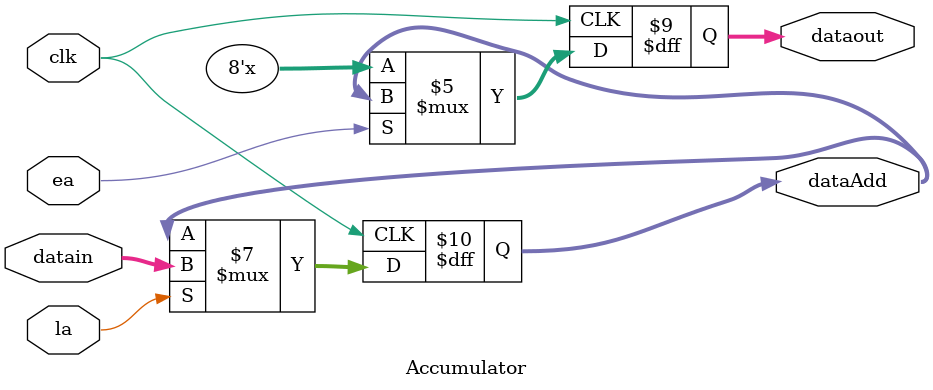
<source format=v>
`timescale 1ns / 1ps
module Accumulator(input clk,la,ea,
                   input [7:0]datain,
                   output reg [7:0]dataout,
                   output reg [7:0]dataAdd
                   );
    always@(negedge clk)
    begin
        if( la == 1 )
            dataAdd <= datain;
        
        if( ea == 1 )
            dataout <= dataAdd;
        else
            dataout <= 8'bzzzzzzzz;
    end
endmodule
</source>
